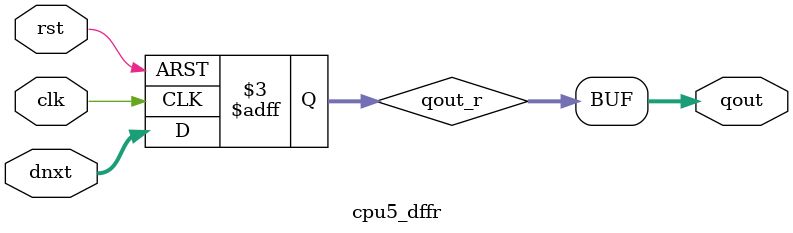
<source format=v>
`include "defines.v"


module cpu5_dffl # ( parameter DW = 32) (
	input  lden,
	input  [DW-1:0] dnxt,
	output [DW-1:0] qout,
	input  clk
);
	reg [DW-1:0] qout_r;
	
	always @(posedge clk)
	begin : dffl_proc
		if (lden == 1'b1)
			qout_r <= #1 dnxt;
	end
	
	assign qout = qout_r;

endmodule

module cpu5_dfflr # ( parameter DW = 32) (
	input  lden,
	input  [DW-1:0] dnxt,
	output [DW-1:0] qout,
	input  clk,
	input  rst
);
	reg [DW-1:0] qout_r;
	
	always @(posedge clk or posedge rst)
	begin : dffl_proc
		if (rst == 1'b1)
			qout_r <= {DW{1'b0}};
		else if (lden == 1'b1)
			qout_r <= #1 dnxt;
	end
	
	assign qout = qout_r;

endmodule

module cpu5_dffr # (parameter DW = 32) (
	input  [DW-1:0] dnxt,
	output [DW-1:0] qout,
	
	input  clk,
	input  rst
);

reg [DW-1:0] qout_r;

always @(posedge clk or posedge rst)
begin : DFFR_PROC
	if (rst == 1'b1)
		qout_r <= {DW{1'b0}};
	else
		qout_r <= #1 dnxt;
end

assign qout = qout_r;

endmodule

</source>
